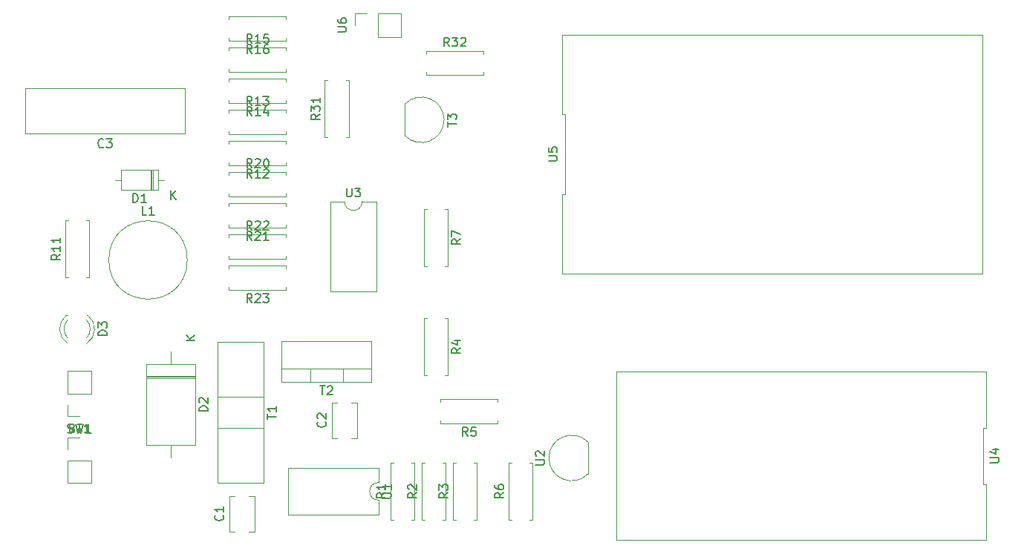
<source format=gto>
G04 #@! TF.GenerationSoftware,KiCad,Pcbnew,(5.1.9)-1*
G04 #@! TF.CreationDate,2021-04-19T00:56:38+02:00*
G04 #@! TF.ProjectId,geiger,67656967-6572-42e6-9b69-6361645f7063,rev?*
G04 #@! TF.SameCoordinates,Original*
G04 #@! TF.FileFunction,Legend,Top*
G04 #@! TF.FilePolarity,Positive*
%FSLAX46Y46*%
G04 Gerber Fmt 4.6, Leading zero omitted, Abs format (unit mm)*
G04 Created by KiCad (PCBNEW (5.1.9)-1) date 2021-04-19 00:56:38*
%MOMM*%
%LPD*%
G01*
G04 APERTURE LIST*
%ADD10C,0.120000*%
%ADD11C,0.150000*%
G04 APERTURE END LIST*
D10*
X59122000Y-137033000D02*
X59122000Y-135703000D01*
X59122000Y-135703000D02*
X60452000Y-135703000D01*
X61722000Y-135703000D02*
X64322000Y-135703000D01*
X64322000Y-138363000D02*
X64322000Y-135703000D01*
X61722000Y-138363000D02*
X64322000Y-138363000D01*
X61722000Y-138363000D02*
X61722000Y-135703000D01*
X82720000Y-156314999D02*
X82720000Y-165414999D01*
X83080000Y-156314999D02*
X82720000Y-156314999D01*
X83080000Y-147215000D02*
X83080000Y-156314999D01*
X82720000Y-147215000D02*
X83080000Y-147215000D01*
X82720000Y-138115000D02*
X82720000Y-147215000D01*
X130640000Y-138115001D02*
X82720000Y-138115000D01*
X130640000Y-165415000D02*
X130640000Y-138115001D01*
X82720000Y-165414999D02*
X130640000Y-165415000D01*
X131082000Y-182965334D02*
X131082000Y-176532001D01*
X130722000Y-182965334D02*
X131082000Y-182965334D01*
X130722000Y-189398666D02*
X130722000Y-182965334D01*
X131082000Y-189398666D02*
X130722000Y-189398666D01*
X131082000Y-195832000D02*
X131082000Y-189398666D01*
X88882000Y-195831999D02*
X131082000Y-195832000D01*
X88882000Y-176532000D02*
X88882000Y-195831999D01*
X131082000Y-176532001D02*
X88882000Y-176532000D01*
X61578000Y-157166000D02*
X59928000Y-157166000D01*
X61578000Y-167446000D02*
X61578000Y-157166000D01*
X56278000Y-167446000D02*
X61578000Y-167446000D01*
X56278000Y-157166000D02*
X56278000Y-167446000D01*
X57928000Y-157166000D02*
X56278000Y-157166000D01*
X59928000Y-157166000D02*
G75*
G02*
X57928000Y-157166000I-1000000J0D01*
G01*
X85670000Y-188236000D02*
X85670000Y-184636000D01*
X85658478Y-184597522D02*
G75*
G03*
X81220000Y-186436000I-1838478J-1838478D01*
G01*
X85658478Y-188274478D02*
G75*
G02*
X81220000Y-186436000I-1838478J1838478D01*
G01*
X61782000Y-192896000D02*
X61782000Y-191246000D01*
X51502000Y-192896000D02*
X61782000Y-192896000D01*
X51502000Y-187596000D02*
X51502000Y-192896000D01*
X61782000Y-187596000D02*
X51502000Y-187596000D01*
X61782000Y-189246000D02*
X61782000Y-187596000D01*
X61782000Y-191246000D02*
G75*
G02*
X61782000Y-189246000I0J1000000D01*
G01*
X64825000Y-146028000D02*
X64825000Y-149628000D01*
X64836522Y-149666478D02*
G75*
G03*
X69275000Y-147828000I1838478J1838478D01*
G01*
X64836522Y-145989522D02*
G75*
G02*
X69275000Y-147828000I1838478J-1838478D01*
G01*
X54029000Y-177768000D02*
X54029000Y-176258000D01*
X57730000Y-177768000D02*
X57730000Y-176258000D01*
X61000000Y-176258000D02*
X50760000Y-176258000D01*
X50760000Y-177768000D02*
X50760000Y-173127000D01*
X61000000Y-177768000D02*
X61000000Y-173127000D01*
X61000000Y-173127000D02*
X50760000Y-173127000D01*
X61000000Y-177768000D02*
X50760000Y-177768000D01*
X48679000Y-183023000D02*
X43408000Y-183023000D01*
X48679000Y-179414000D02*
X43408000Y-179414000D01*
X48679000Y-189288000D02*
X43408000Y-189288000D01*
X48679000Y-173148000D02*
X43408000Y-173148000D01*
X43408000Y-173148000D02*
X43408000Y-189288000D01*
X48679000Y-173148000D02*
X48679000Y-189288000D01*
X27686000Y-181670000D02*
X26356000Y-181670000D01*
X26356000Y-181670000D02*
X26356000Y-180340000D01*
X26356000Y-179070000D02*
X26356000Y-176470000D01*
X29016000Y-176470000D02*
X26356000Y-176470000D01*
X29016000Y-179070000D02*
X29016000Y-176470000D01*
X29016000Y-179070000D02*
X26356000Y-179070000D01*
X73755000Y-142721000D02*
X73755000Y-142391000D01*
X67215000Y-142721000D02*
X73755000Y-142721000D01*
X67215000Y-142391000D02*
X67215000Y-142721000D01*
X73755000Y-139981000D02*
X73755000Y-140311000D01*
X67215000Y-139981000D02*
X73755000Y-139981000D01*
X67215000Y-140311000D02*
X67215000Y-139981000D01*
X58393000Y-143288000D02*
X58063000Y-143288000D01*
X58393000Y-149828000D02*
X58393000Y-143288000D01*
X58063000Y-149828000D02*
X58393000Y-149828000D01*
X55653000Y-143288000D02*
X55983000Y-143288000D01*
X55653000Y-149828000D02*
X55653000Y-143288000D01*
X55983000Y-149828000D02*
X55653000Y-149828000D01*
X44736000Y-164492000D02*
X44736000Y-164822000D01*
X51276000Y-164492000D02*
X44736000Y-164492000D01*
X51276000Y-164822000D02*
X51276000Y-164492000D01*
X44736000Y-167232000D02*
X44736000Y-166902000D01*
X51276000Y-167232000D02*
X44736000Y-167232000D01*
X51276000Y-166902000D02*
X51276000Y-167232000D01*
X51276000Y-163676000D02*
X51276000Y-163346000D01*
X44736000Y-163676000D02*
X51276000Y-163676000D01*
X44736000Y-163346000D02*
X44736000Y-163676000D01*
X51276000Y-160936000D02*
X51276000Y-161266000D01*
X44736000Y-160936000D02*
X51276000Y-160936000D01*
X44736000Y-161266000D02*
X44736000Y-160936000D01*
X44736000Y-157380000D02*
X44736000Y-157710000D01*
X51276000Y-157380000D02*
X44736000Y-157380000D01*
X51276000Y-157710000D02*
X51276000Y-157380000D01*
X44736000Y-160120000D02*
X44736000Y-159790000D01*
X51276000Y-160120000D02*
X44736000Y-160120000D01*
X51276000Y-159790000D02*
X51276000Y-160120000D01*
X51276000Y-156564000D02*
X51276000Y-156234000D01*
X44736000Y-156564000D02*
X51276000Y-156564000D01*
X44736000Y-156234000D02*
X44736000Y-156564000D01*
X51276000Y-153824000D02*
X51276000Y-154154000D01*
X44736000Y-153824000D02*
X51276000Y-153824000D01*
X44736000Y-154154000D02*
X44736000Y-153824000D01*
X44736000Y-136044000D02*
X44736000Y-136374000D01*
X51276000Y-136044000D02*
X44736000Y-136044000D01*
X51276000Y-136374000D02*
X51276000Y-136044000D01*
X44736000Y-138784000D02*
X44736000Y-138454000D01*
X51276000Y-138784000D02*
X44736000Y-138784000D01*
X51276000Y-138454000D02*
X51276000Y-138784000D01*
X51276000Y-142340000D02*
X51276000Y-142010000D01*
X44736000Y-142340000D02*
X51276000Y-142340000D01*
X44736000Y-142010000D02*
X44736000Y-142340000D01*
X51276000Y-139600000D02*
X51276000Y-139930000D01*
X44736000Y-139600000D02*
X51276000Y-139600000D01*
X44736000Y-139930000D02*
X44736000Y-139600000D01*
X44736000Y-143156000D02*
X44736000Y-143486000D01*
X51276000Y-143156000D02*
X44736000Y-143156000D01*
X51276000Y-143486000D02*
X51276000Y-143156000D01*
X44736000Y-145896000D02*
X44736000Y-145566000D01*
X51276000Y-145896000D02*
X44736000Y-145896000D01*
X51276000Y-145566000D02*
X51276000Y-145896000D01*
X51276000Y-149452000D02*
X51276000Y-149122000D01*
X44736000Y-149452000D02*
X51276000Y-149452000D01*
X44736000Y-149122000D02*
X44736000Y-149452000D01*
X51276000Y-146712000D02*
X51276000Y-147042000D01*
X44736000Y-146712000D02*
X51276000Y-146712000D01*
X44736000Y-147042000D02*
X44736000Y-146712000D01*
X44736000Y-150268000D02*
X44736000Y-150598000D01*
X51276000Y-150268000D02*
X44736000Y-150268000D01*
X51276000Y-150598000D02*
X51276000Y-150268000D01*
X44736000Y-153008000D02*
X44736000Y-152678000D01*
X51276000Y-153008000D02*
X44736000Y-153008000D01*
X51276000Y-152678000D02*
X51276000Y-153008000D01*
X28802000Y-159290000D02*
X28472000Y-159290000D01*
X28802000Y-165830000D02*
X28802000Y-159290000D01*
X28472000Y-165830000D02*
X28802000Y-165830000D01*
X26062000Y-159290000D02*
X26392000Y-159290000D01*
X26062000Y-165830000D02*
X26062000Y-159290000D01*
X26392000Y-165830000D02*
X26062000Y-165830000D01*
X66956000Y-164560000D02*
X67286000Y-164560000D01*
X66956000Y-158020000D02*
X66956000Y-164560000D01*
X67286000Y-158020000D02*
X66956000Y-158020000D01*
X69696000Y-164560000D02*
X69366000Y-164560000D01*
X69696000Y-158020000D02*
X69696000Y-164560000D01*
X69366000Y-158020000D02*
X69696000Y-158020000D01*
X79348000Y-186976000D02*
X79018000Y-186976000D01*
X79348000Y-193516000D02*
X79348000Y-186976000D01*
X79018000Y-193516000D02*
X79348000Y-193516000D01*
X76608000Y-186976000D02*
X76938000Y-186976000D01*
X76608000Y-193516000D02*
X76608000Y-186976000D01*
X76938000Y-193516000D02*
X76608000Y-193516000D01*
X68866000Y-179732000D02*
X68866000Y-180062000D01*
X75406000Y-179732000D02*
X68866000Y-179732000D01*
X75406000Y-180062000D02*
X75406000Y-179732000D01*
X68866000Y-182472000D02*
X68866000Y-182142000D01*
X75406000Y-182472000D02*
X68866000Y-182472000D01*
X75406000Y-182142000D02*
X75406000Y-182472000D01*
X66956000Y-177006000D02*
X67286000Y-177006000D01*
X66956000Y-170466000D02*
X66956000Y-177006000D01*
X67286000Y-170466000D02*
X66956000Y-170466000D01*
X69696000Y-177006000D02*
X69366000Y-177006000D01*
X69696000Y-170466000D02*
X69696000Y-177006000D01*
X69366000Y-170466000D02*
X69696000Y-170466000D01*
X72998000Y-186976000D02*
X72668000Y-186976000D01*
X72998000Y-193516000D02*
X72998000Y-186976000D01*
X72668000Y-193516000D02*
X72998000Y-193516000D01*
X70258000Y-186976000D02*
X70588000Y-186976000D01*
X70258000Y-193516000D02*
X70258000Y-186976000D01*
X70588000Y-193516000D02*
X70258000Y-193516000D01*
X69442000Y-186976000D02*
X69112000Y-186976000D01*
X69442000Y-193516000D02*
X69442000Y-186976000D01*
X69112000Y-193516000D02*
X69442000Y-193516000D01*
X66702000Y-186976000D02*
X67032000Y-186976000D01*
X66702000Y-193516000D02*
X66702000Y-186976000D01*
X67032000Y-193516000D02*
X66702000Y-193516000D01*
X65886000Y-186976000D02*
X65556000Y-186976000D01*
X65886000Y-193516000D02*
X65886000Y-186976000D01*
X65556000Y-193516000D02*
X65886000Y-193516000D01*
X63146000Y-186976000D02*
X63476000Y-186976000D01*
X63146000Y-193516000D02*
X63146000Y-186976000D01*
X63476000Y-193516000D02*
X63146000Y-193516000D01*
X39990000Y-163830000D02*
G75*
G03*
X39990000Y-163830000I-4470000J0D01*
G01*
X26352000Y-170144000D02*
X26196000Y-170144000D01*
X28668000Y-170144000D02*
X28512000Y-170144000D01*
X26352163Y-172745130D02*
G75*
G02*
X26352000Y-170663039I1079837J1041130D01*
G01*
X28511837Y-172745130D02*
G75*
G03*
X28512000Y-170663039I-1079837J1041130D01*
G01*
X26353392Y-173376335D02*
G75*
G02*
X26196484Y-170144000I1078608J1672335D01*
G01*
X28510608Y-173376335D02*
G75*
G03*
X28667516Y-170144000I-1078608J1672335D01*
G01*
X40870000Y-177070000D02*
X35330000Y-177070000D01*
X40870000Y-177310000D02*
X35330000Y-177310000D01*
X40870000Y-177190000D02*
X35330000Y-177190000D01*
X38100000Y-186420000D02*
X38100000Y-184960000D01*
X38100000Y-174260000D02*
X38100000Y-175720000D01*
X40870000Y-184960000D02*
X40870000Y-175720000D01*
X35330000Y-184960000D02*
X40870000Y-184960000D01*
X35330000Y-175720000D02*
X35330000Y-184960000D01*
X40870000Y-175720000D02*
X35330000Y-175720000D01*
X36064000Y-155806000D02*
X36064000Y-153566000D01*
X35824000Y-155806000D02*
X35824000Y-153566000D01*
X35944000Y-155806000D02*
X35944000Y-153566000D01*
X31774000Y-154686000D02*
X32424000Y-154686000D01*
X37314000Y-154686000D02*
X36664000Y-154686000D01*
X32424000Y-155806000D02*
X36664000Y-155806000D01*
X32424000Y-153566000D02*
X32424000Y-155806000D01*
X36664000Y-153566000D02*
X32424000Y-153566000D01*
X36664000Y-155806000D02*
X36664000Y-153566000D01*
X21480000Y-149432000D02*
X21480000Y-144192000D01*
X39720000Y-149432000D02*
X39720000Y-144192000D01*
X39720000Y-144192000D02*
X21480000Y-144192000D01*
X39720000Y-149432000D02*
X21480000Y-149432000D01*
X58707000Y-180118000D02*
X59332000Y-180118000D01*
X56492000Y-180118000D02*
X57117000Y-180118000D01*
X58707000Y-184158000D02*
X59332000Y-184158000D01*
X56492000Y-184158000D02*
X57117000Y-184158000D01*
X59332000Y-184158000D02*
X59332000Y-180118000D01*
X56492000Y-184158000D02*
X56492000Y-180118000D01*
X47023000Y-190786000D02*
X47648000Y-190786000D01*
X44808000Y-190786000D02*
X45433000Y-190786000D01*
X47023000Y-194826000D02*
X47648000Y-194826000D01*
X44808000Y-194826000D02*
X45433000Y-194826000D01*
X47648000Y-194826000D02*
X47648000Y-190786000D01*
X44808000Y-194826000D02*
X44808000Y-190786000D01*
X26356000Y-184090000D02*
X27686000Y-184090000D01*
X26356000Y-185420000D02*
X26356000Y-184090000D01*
X26356000Y-186690000D02*
X29016000Y-186690000D01*
X29016000Y-186690000D02*
X29016000Y-189290000D01*
X26356000Y-186690000D02*
X26356000Y-189290000D01*
X26356000Y-189290000D02*
X29016000Y-189290000D01*
D11*
X57134380Y-137794904D02*
X57943904Y-137794904D01*
X58039142Y-137747285D01*
X58086761Y-137699666D01*
X58134380Y-137604428D01*
X58134380Y-137413952D01*
X58086761Y-137318714D01*
X58039142Y-137271095D01*
X57943904Y-137223476D01*
X57134380Y-137223476D01*
X57134380Y-136318714D02*
X57134380Y-136509190D01*
X57182000Y-136604428D01*
X57229619Y-136652047D01*
X57372476Y-136747285D01*
X57562952Y-136794904D01*
X57943904Y-136794904D01*
X58039142Y-136747285D01*
X58086761Y-136699666D01*
X58134380Y-136604428D01*
X58134380Y-136413952D01*
X58086761Y-136318714D01*
X58039142Y-136271095D01*
X57943904Y-136223476D01*
X57705809Y-136223476D01*
X57610571Y-136271095D01*
X57562952Y-136318714D01*
X57515333Y-136413952D01*
X57515333Y-136604428D01*
X57562952Y-136699666D01*
X57610571Y-136747285D01*
X57705809Y-136794904D01*
X81172380Y-152526904D02*
X81981904Y-152526904D01*
X82077142Y-152479285D01*
X82124761Y-152431666D01*
X82172380Y-152336428D01*
X82172380Y-152145952D01*
X82124761Y-152050714D01*
X82077142Y-152003095D01*
X81981904Y-151955476D01*
X81172380Y-151955476D01*
X81172380Y-151003095D02*
X81172380Y-151479285D01*
X81648571Y-151526904D01*
X81600952Y-151479285D01*
X81553333Y-151384047D01*
X81553333Y-151145952D01*
X81600952Y-151050714D01*
X81648571Y-151003095D01*
X81743809Y-150955476D01*
X81981904Y-150955476D01*
X82077142Y-151003095D01*
X82124761Y-151050714D01*
X82172380Y-151145952D01*
X82172380Y-151384047D01*
X82124761Y-151479285D01*
X82077142Y-151526904D01*
X131534380Y-186943904D02*
X132343904Y-186943904D01*
X132439142Y-186896285D01*
X132486761Y-186848666D01*
X132534380Y-186753428D01*
X132534380Y-186562952D01*
X132486761Y-186467714D01*
X132439142Y-186420095D01*
X132343904Y-186372476D01*
X131534380Y-186372476D01*
X131867714Y-185467714D02*
X132534380Y-185467714D01*
X131486761Y-185705809D02*
X132201047Y-185943904D01*
X132201047Y-185324857D01*
X58166095Y-155618380D02*
X58166095Y-156427904D01*
X58213714Y-156523142D01*
X58261333Y-156570761D01*
X58356571Y-156618380D01*
X58547047Y-156618380D01*
X58642285Y-156570761D01*
X58689904Y-156523142D01*
X58737523Y-156427904D01*
X58737523Y-155618380D01*
X59118476Y-155618380D02*
X59737523Y-155618380D01*
X59404190Y-155999333D01*
X59547047Y-155999333D01*
X59642285Y-156046952D01*
X59689904Y-156094571D01*
X59737523Y-156189809D01*
X59737523Y-156427904D01*
X59689904Y-156523142D01*
X59642285Y-156570761D01*
X59547047Y-156618380D01*
X59261333Y-156618380D01*
X59166095Y-156570761D01*
X59118476Y-156523142D01*
X79712380Y-187197904D02*
X80521904Y-187197904D01*
X80617142Y-187150285D01*
X80664761Y-187102666D01*
X80712380Y-187007428D01*
X80712380Y-186816952D01*
X80664761Y-186721714D01*
X80617142Y-186674095D01*
X80521904Y-186626476D01*
X79712380Y-186626476D01*
X79807619Y-186197904D02*
X79760000Y-186150285D01*
X79712380Y-186055047D01*
X79712380Y-185816952D01*
X79760000Y-185721714D01*
X79807619Y-185674095D01*
X79902857Y-185626476D01*
X79998095Y-185626476D01*
X80140952Y-185674095D01*
X80712380Y-186245523D01*
X80712380Y-185626476D01*
X62234380Y-191007904D02*
X63043904Y-191007904D01*
X63139142Y-190960285D01*
X63186761Y-190912666D01*
X63234380Y-190817428D01*
X63234380Y-190626952D01*
X63186761Y-190531714D01*
X63139142Y-190484095D01*
X63043904Y-190436476D01*
X62234380Y-190436476D01*
X63234380Y-189436476D02*
X63234380Y-190007904D01*
X63234380Y-189722190D02*
X62234380Y-189722190D01*
X62377238Y-189817428D01*
X62472476Y-189912666D01*
X62520095Y-190007904D01*
X69687380Y-148589904D02*
X69687380Y-148018476D01*
X70687380Y-148304190D02*
X69687380Y-148304190D01*
X69687380Y-147780380D02*
X69687380Y-147161333D01*
X70068333Y-147494666D01*
X70068333Y-147351809D01*
X70115952Y-147256571D01*
X70163571Y-147208952D01*
X70258809Y-147161333D01*
X70496904Y-147161333D01*
X70592142Y-147208952D01*
X70639761Y-147256571D01*
X70687380Y-147351809D01*
X70687380Y-147637523D01*
X70639761Y-147732761D01*
X70592142Y-147780380D01*
X55118095Y-178220380D02*
X55689523Y-178220380D01*
X55403809Y-179220380D02*
X55403809Y-178220380D01*
X55975238Y-178315619D02*
X56022857Y-178268000D01*
X56118095Y-178220380D01*
X56356190Y-178220380D01*
X56451428Y-178268000D01*
X56499047Y-178315619D01*
X56546666Y-178410857D01*
X56546666Y-178506095D01*
X56499047Y-178648952D01*
X55927619Y-179220380D01*
X56546666Y-179220380D01*
X49130380Y-181979904D02*
X49130380Y-181408476D01*
X50130380Y-181694190D02*
X49130380Y-181694190D01*
X50130380Y-180551333D02*
X50130380Y-181122761D01*
X50130380Y-180837047D02*
X49130380Y-180837047D01*
X49273238Y-180932285D01*
X49368476Y-181027523D01*
X49416095Y-181122761D01*
X26352666Y-183514761D02*
X26495523Y-183562380D01*
X26733619Y-183562380D01*
X26828857Y-183514761D01*
X26876476Y-183467142D01*
X26924095Y-183371904D01*
X26924095Y-183276666D01*
X26876476Y-183181428D01*
X26828857Y-183133809D01*
X26733619Y-183086190D01*
X26543142Y-183038571D01*
X26447904Y-182990952D01*
X26400285Y-182943333D01*
X26352666Y-182848095D01*
X26352666Y-182752857D01*
X26400285Y-182657619D01*
X26447904Y-182610000D01*
X26543142Y-182562380D01*
X26781238Y-182562380D01*
X26924095Y-182610000D01*
X27257428Y-182562380D02*
X27495523Y-183562380D01*
X27686000Y-182848095D01*
X27876476Y-183562380D01*
X28114571Y-182562380D01*
X29019333Y-183562380D02*
X28447904Y-183562380D01*
X28733619Y-183562380D02*
X28733619Y-182562380D01*
X28638380Y-182705238D01*
X28543142Y-182800476D01*
X28447904Y-182848095D01*
X69842142Y-139433380D02*
X69508809Y-138957190D01*
X69270714Y-139433380D02*
X69270714Y-138433380D01*
X69651666Y-138433380D01*
X69746904Y-138481000D01*
X69794523Y-138528619D01*
X69842142Y-138623857D01*
X69842142Y-138766714D01*
X69794523Y-138861952D01*
X69746904Y-138909571D01*
X69651666Y-138957190D01*
X69270714Y-138957190D01*
X70175476Y-138433380D02*
X70794523Y-138433380D01*
X70461190Y-138814333D01*
X70604047Y-138814333D01*
X70699285Y-138861952D01*
X70746904Y-138909571D01*
X70794523Y-139004809D01*
X70794523Y-139242904D01*
X70746904Y-139338142D01*
X70699285Y-139385761D01*
X70604047Y-139433380D01*
X70318333Y-139433380D01*
X70223095Y-139385761D01*
X70175476Y-139338142D01*
X71175476Y-138528619D02*
X71223095Y-138481000D01*
X71318333Y-138433380D01*
X71556428Y-138433380D01*
X71651666Y-138481000D01*
X71699285Y-138528619D01*
X71746904Y-138623857D01*
X71746904Y-138719095D01*
X71699285Y-138861952D01*
X71127857Y-139433380D01*
X71746904Y-139433380D01*
X55105380Y-147200857D02*
X54629190Y-147534190D01*
X55105380Y-147772285D02*
X54105380Y-147772285D01*
X54105380Y-147391333D01*
X54153000Y-147296095D01*
X54200619Y-147248476D01*
X54295857Y-147200857D01*
X54438714Y-147200857D01*
X54533952Y-147248476D01*
X54581571Y-147296095D01*
X54629190Y-147391333D01*
X54629190Y-147772285D01*
X54105380Y-146867523D02*
X54105380Y-146248476D01*
X54486333Y-146581809D01*
X54486333Y-146438952D01*
X54533952Y-146343714D01*
X54581571Y-146296095D01*
X54676809Y-146248476D01*
X54914904Y-146248476D01*
X55010142Y-146296095D01*
X55057761Y-146343714D01*
X55105380Y-146438952D01*
X55105380Y-146724666D01*
X55057761Y-146819904D01*
X55010142Y-146867523D01*
X55105380Y-145296095D02*
X55105380Y-145867523D01*
X55105380Y-145581809D02*
X54105380Y-145581809D01*
X54248238Y-145677047D01*
X54343476Y-145772285D01*
X54391095Y-145867523D01*
X47363142Y-168684380D02*
X47029809Y-168208190D01*
X46791714Y-168684380D02*
X46791714Y-167684380D01*
X47172666Y-167684380D01*
X47267904Y-167732000D01*
X47315523Y-167779619D01*
X47363142Y-167874857D01*
X47363142Y-168017714D01*
X47315523Y-168112952D01*
X47267904Y-168160571D01*
X47172666Y-168208190D01*
X46791714Y-168208190D01*
X47744095Y-167779619D02*
X47791714Y-167732000D01*
X47886952Y-167684380D01*
X48125047Y-167684380D01*
X48220285Y-167732000D01*
X48267904Y-167779619D01*
X48315523Y-167874857D01*
X48315523Y-167970095D01*
X48267904Y-168112952D01*
X47696476Y-168684380D01*
X48315523Y-168684380D01*
X48648857Y-167684380D02*
X49267904Y-167684380D01*
X48934571Y-168065333D01*
X49077428Y-168065333D01*
X49172666Y-168112952D01*
X49220285Y-168160571D01*
X49267904Y-168255809D01*
X49267904Y-168493904D01*
X49220285Y-168589142D01*
X49172666Y-168636761D01*
X49077428Y-168684380D01*
X48791714Y-168684380D01*
X48696476Y-168636761D01*
X48648857Y-168589142D01*
X47363142Y-160388380D02*
X47029809Y-159912190D01*
X46791714Y-160388380D02*
X46791714Y-159388380D01*
X47172666Y-159388380D01*
X47267904Y-159436000D01*
X47315523Y-159483619D01*
X47363142Y-159578857D01*
X47363142Y-159721714D01*
X47315523Y-159816952D01*
X47267904Y-159864571D01*
X47172666Y-159912190D01*
X46791714Y-159912190D01*
X47744095Y-159483619D02*
X47791714Y-159436000D01*
X47886952Y-159388380D01*
X48125047Y-159388380D01*
X48220285Y-159436000D01*
X48267904Y-159483619D01*
X48315523Y-159578857D01*
X48315523Y-159674095D01*
X48267904Y-159816952D01*
X47696476Y-160388380D01*
X48315523Y-160388380D01*
X48696476Y-159483619D02*
X48744095Y-159436000D01*
X48839333Y-159388380D01*
X49077428Y-159388380D01*
X49172666Y-159436000D01*
X49220285Y-159483619D01*
X49267904Y-159578857D01*
X49267904Y-159674095D01*
X49220285Y-159816952D01*
X48648857Y-160388380D01*
X49267904Y-160388380D01*
X47363142Y-161572380D02*
X47029809Y-161096190D01*
X46791714Y-161572380D02*
X46791714Y-160572380D01*
X47172666Y-160572380D01*
X47267904Y-160620000D01*
X47315523Y-160667619D01*
X47363142Y-160762857D01*
X47363142Y-160905714D01*
X47315523Y-161000952D01*
X47267904Y-161048571D01*
X47172666Y-161096190D01*
X46791714Y-161096190D01*
X47744095Y-160667619D02*
X47791714Y-160620000D01*
X47886952Y-160572380D01*
X48125047Y-160572380D01*
X48220285Y-160620000D01*
X48267904Y-160667619D01*
X48315523Y-160762857D01*
X48315523Y-160858095D01*
X48267904Y-161000952D01*
X47696476Y-161572380D01*
X48315523Y-161572380D01*
X49267904Y-161572380D02*
X48696476Y-161572380D01*
X48982190Y-161572380D02*
X48982190Y-160572380D01*
X48886952Y-160715238D01*
X48791714Y-160810476D01*
X48696476Y-160858095D01*
X47363142Y-153276380D02*
X47029809Y-152800190D01*
X46791714Y-153276380D02*
X46791714Y-152276380D01*
X47172666Y-152276380D01*
X47267904Y-152324000D01*
X47315523Y-152371619D01*
X47363142Y-152466857D01*
X47363142Y-152609714D01*
X47315523Y-152704952D01*
X47267904Y-152752571D01*
X47172666Y-152800190D01*
X46791714Y-152800190D01*
X47744095Y-152371619D02*
X47791714Y-152324000D01*
X47886952Y-152276380D01*
X48125047Y-152276380D01*
X48220285Y-152324000D01*
X48267904Y-152371619D01*
X48315523Y-152466857D01*
X48315523Y-152562095D01*
X48267904Y-152704952D01*
X47696476Y-153276380D01*
X48315523Y-153276380D01*
X48934571Y-152276380D02*
X49029809Y-152276380D01*
X49125047Y-152324000D01*
X49172666Y-152371619D01*
X49220285Y-152466857D01*
X49267904Y-152657333D01*
X49267904Y-152895428D01*
X49220285Y-153085904D01*
X49172666Y-153181142D01*
X49125047Y-153228761D01*
X49029809Y-153276380D01*
X48934571Y-153276380D01*
X48839333Y-153228761D01*
X48791714Y-153181142D01*
X48744095Y-153085904D01*
X48696476Y-152895428D01*
X48696476Y-152657333D01*
X48744095Y-152466857D01*
X48791714Y-152371619D01*
X48839333Y-152324000D01*
X48934571Y-152276380D01*
X47363142Y-140236380D02*
X47029809Y-139760190D01*
X46791714Y-140236380D02*
X46791714Y-139236380D01*
X47172666Y-139236380D01*
X47267904Y-139284000D01*
X47315523Y-139331619D01*
X47363142Y-139426857D01*
X47363142Y-139569714D01*
X47315523Y-139664952D01*
X47267904Y-139712571D01*
X47172666Y-139760190D01*
X46791714Y-139760190D01*
X48315523Y-140236380D02*
X47744095Y-140236380D01*
X48029809Y-140236380D02*
X48029809Y-139236380D01*
X47934571Y-139379238D01*
X47839333Y-139474476D01*
X47744095Y-139522095D01*
X49172666Y-139236380D02*
X48982190Y-139236380D01*
X48886952Y-139284000D01*
X48839333Y-139331619D01*
X48744095Y-139474476D01*
X48696476Y-139664952D01*
X48696476Y-140045904D01*
X48744095Y-140141142D01*
X48791714Y-140188761D01*
X48886952Y-140236380D01*
X49077428Y-140236380D01*
X49172666Y-140188761D01*
X49220285Y-140141142D01*
X49267904Y-140045904D01*
X49267904Y-139807809D01*
X49220285Y-139712571D01*
X49172666Y-139664952D01*
X49077428Y-139617333D01*
X48886952Y-139617333D01*
X48791714Y-139664952D01*
X48744095Y-139712571D01*
X48696476Y-139807809D01*
X47363142Y-139052380D02*
X47029809Y-138576190D01*
X46791714Y-139052380D02*
X46791714Y-138052380D01*
X47172666Y-138052380D01*
X47267904Y-138100000D01*
X47315523Y-138147619D01*
X47363142Y-138242857D01*
X47363142Y-138385714D01*
X47315523Y-138480952D01*
X47267904Y-138528571D01*
X47172666Y-138576190D01*
X46791714Y-138576190D01*
X48315523Y-139052380D02*
X47744095Y-139052380D01*
X48029809Y-139052380D02*
X48029809Y-138052380D01*
X47934571Y-138195238D01*
X47839333Y-138290476D01*
X47744095Y-138338095D01*
X49220285Y-138052380D02*
X48744095Y-138052380D01*
X48696476Y-138528571D01*
X48744095Y-138480952D01*
X48839333Y-138433333D01*
X49077428Y-138433333D01*
X49172666Y-138480952D01*
X49220285Y-138528571D01*
X49267904Y-138623809D01*
X49267904Y-138861904D01*
X49220285Y-138957142D01*
X49172666Y-139004761D01*
X49077428Y-139052380D01*
X48839333Y-139052380D01*
X48744095Y-139004761D01*
X48696476Y-138957142D01*
X47363142Y-147348380D02*
X47029809Y-146872190D01*
X46791714Y-147348380D02*
X46791714Y-146348380D01*
X47172666Y-146348380D01*
X47267904Y-146396000D01*
X47315523Y-146443619D01*
X47363142Y-146538857D01*
X47363142Y-146681714D01*
X47315523Y-146776952D01*
X47267904Y-146824571D01*
X47172666Y-146872190D01*
X46791714Y-146872190D01*
X48315523Y-147348380D02*
X47744095Y-147348380D01*
X48029809Y-147348380D02*
X48029809Y-146348380D01*
X47934571Y-146491238D01*
X47839333Y-146586476D01*
X47744095Y-146634095D01*
X49172666Y-146681714D02*
X49172666Y-147348380D01*
X48934571Y-146300761D02*
X48696476Y-147015047D01*
X49315523Y-147015047D01*
X47363142Y-146164380D02*
X47029809Y-145688190D01*
X46791714Y-146164380D02*
X46791714Y-145164380D01*
X47172666Y-145164380D01*
X47267904Y-145212000D01*
X47315523Y-145259619D01*
X47363142Y-145354857D01*
X47363142Y-145497714D01*
X47315523Y-145592952D01*
X47267904Y-145640571D01*
X47172666Y-145688190D01*
X46791714Y-145688190D01*
X48315523Y-146164380D02*
X47744095Y-146164380D01*
X48029809Y-146164380D02*
X48029809Y-145164380D01*
X47934571Y-145307238D01*
X47839333Y-145402476D01*
X47744095Y-145450095D01*
X48648857Y-145164380D02*
X49267904Y-145164380D01*
X48934571Y-145545333D01*
X49077428Y-145545333D01*
X49172666Y-145592952D01*
X49220285Y-145640571D01*
X49267904Y-145735809D01*
X49267904Y-145973904D01*
X49220285Y-146069142D01*
X49172666Y-146116761D01*
X49077428Y-146164380D01*
X48791714Y-146164380D01*
X48696476Y-146116761D01*
X48648857Y-146069142D01*
X47363142Y-154460380D02*
X47029809Y-153984190D01*
X46791714Y-154460380D02*
X46791714Y-153460380D01*
X47172666Y-153460380D01*
X47267904Y-153508000D01*
X47315523Y-153555619D01*
X47363142Y-153650857D01*
X47363142Y-153793714D01*
X47315523Y-153888952D01*
X47267904Y-153936571D01*
X47172666Y-153984190D01*
X46791714Y-153984190D01*
X48315523Y-154460380D02*
X47744095Y-154460380D01*
X48029809Y-154460380D02*
X48029809Y-153460380D01*
X47934571Y-153603238D01*
X47839333Y-153698476D01*
X47744095Y-153746095D01*
X48696476Y-153555619D02*
X48744095Y-153508000D01*
X48839333Y-153460380D01*
X49077428Y-153460380D01*
X49172666Y-153508000D01*
X49220285Y-153555619D01*
X49267904Y-153650857D01*
X49267904Y-153746095D01*
X49220285Y-153888952D01*
X48648857Y-154460380D01*
X49267904Y-154460380D01*
X25514380Y-163202857D02*
X25038190Y-163536190D01*
X25514380Y-163774285D02*
X24514380Y-163774285D01*
X24514380Y-163393333D01*
X24562000Y-163298095D01*
X24609619Y-163250476D01*
X24704857Y-163202857D01*
X24847714Y-163202857D01*
X24942952Y-163250476D01*
X24990571Y-163298095D01*
X25038190Y-163393333D01*
X25038190Y-163774285D01*
X25514380Y-162250476D02*
X25514380Y-162821904D01*
X25514380Y-162536190D02*
X24514380Y-162536190D01*
X24657238Y-162631428D01*
X24752476Y-162726666D01*
X24800095Y-162821904D01*
X25514380Y-161298095D02*
X25514380Y-161869523D01*
X25514380Y-161583809D02*
X24514380Y-161583809D01*
X24657238Y-161679047D01*
X24752476Y-161774285D01*
X24800095Y-161869523D01*
X71148380Y-161456666D02*
X70672190Y-161790000D01*
X71148380Y-162028095D02*
X70148380Y-162028095D01*
X70148380Y-161647142D01*
X70196000Y-161551904D01*
X70243619Y-161504285D01*
X70338857Y-161456666D01*
X70481714Y-161456666D01*
X70576952Y-161504285D01*
X70624571Y-161551904D01*
X70672190Y-161647142D01*
X70672190Y-162028095D01*
X70148380Y-161123333D02*
X70148380Y-160456666D01*
X71148380Y-160885238D01*
X76060380Y-190412666D02*
X75584190Y-190746000D01*
X76060380Y-190984095D02*
X75060380Y-190984095D01*
X75060380Y-190603142D01*
X75108000Y-190507904D01*
X75155619Y-190460285D01*
X75250857Y-190412666D01*
X75393714Y-190412666D01*
X75488952Y-190460285D01*
X75536571Y-190507904D01*
X75584190Y-190603142D01*
X75584190Y-190984095D01*
X75060380Y-189555523D02*
X75060380Y-189746000D01*
X75108000Y-189841238D01*
X75155619Y-189888857D01*
X75298476Y-189984095D01*
X75488952Y-190031714D01*
X75869904Y-190031714D01*
X75965142Y-189984095D01*
X76012761Y-189936476D01*
X76060380Y-189841238D01*
X76060380Y-189650761D01*
X76012761Y-189555523D01*
X75965142Y-189507904D01*
X75869904Y-189460285D01*
X75631809Y-189460285D01*
X75536571Y-189507904D01*
X75488952Y-189555523D01*
X75441333Y-189650761D01*
X75441333Y-189841238D01*
X75488952Y-189936476D01*
X75536571Y-189984095D01*
X75631809Y-190031714D01*
X71969333Y-183924380D02*
X71636000Y-183448190D01*
X71397904Y-183924380D02*
X71397904Y-182924380D01*
X71778857Y-182924380D01*
X71874095Y-182972000D01*
X71921714Y-183019619D01*
X71969333Y-183114857D01*
X71969333Y-183257714D01*
X71921714Y-183352952D01*
X71874095Y-183400571D01*
X71778857Y-183448190D01*
X71397904Y-183448190D01*
X72874095Y-182924380D02*
X72397904Y-182924380D01*
X72350285Y-183400571D01*
X72397904Y-183352952D01*
X72493142Y-183305333D01*
X72731238Y-183305333D01*
X72826476Y-183352952D01*
X72874095Y-183400571D01*
X72921714Y-183495809D01*
X72921714Y-183733904D01*
X72874095Y-183829142D01*
X72826476Y-183876761D01*
X72731238Y-183924380D01*
X72493142Y-183924380D01*
X72397904Y-183876761D01*
X72350285Y-183829142D01*
X71148380Y-173902666D02*
X70672190Y-174236000D01*
X71148380Y-174474095D02*
X70148380Y-174474095D01*
X70148380Y-174093142D01*
X70196000Y-173997904D01*
X70243619Y-173950285D01*
X70338857Y-173902666D01*
X70481714Y-173902666D01*
X70576952Y-173950285D01*
X70624571Y-173997904D01*
X70672190Y-174093142D01*
X70672190Y-174474095D01*
X70481714Y-173045523D02*
X71148380Y-173045523D01*
X70100761Y-173283619D02*
X70815047Y-173521714D01*
X70815047Y-172902666D01*
X69710380Y-190412666D02*
X69234190Y-190746000D01*
X69710380Y-190984095D02*
X68710380Y-190984095D01*
X68710380Y-190603142D01*
X68758000Y-190507904D01*
X68805619Y-190460285D01*
X68900857Y-190412666D01*
X69043714Y-190412666D01*
X69138952Y-190460285D01*
X69186571Y-190507904D01*
X69234190Y-190603142D01*
X69234190Y-190984095D01*
X68710380Y-190079333D02*
X68710380Y-189460285D01*
X69091333Y-189793619D01*
X69091333Y-189650761D01*
X69138952Y-189555523D01*
X69186571Y-189507904D01*
X69281809Y-189460285D01*
X69519904Y-189460285D01*
X69615142Y-189507904D01*
X69662761Y-189555523D01*
X69710380Y-189650761D01*
X69710380Y-189936476D01*
X69662761Y-190031714D01*
X69615142Y-190079333D01*
X66154380Y-190412666D02*
X65678190Y-190746000D01*
X66154380Y-190984095D02*
X65154380Y-190984095D01*
X65154380Y-190603142D01*
X65202000Y-190507904D01*
X65249619Y-190460285D01*
X65344857Y-190412666D01*
X65487714Y-190412666D01*
X65582952Y-190460285D01*
X65630571Y-190507904D01*
X65678190Y-190603142D01*
X65678190Y-190984095D01*
X65249619Y-190031714D02*
X65202000Y-189984095D01*
X65154380Y-189888857D01*
X65154380Y-189650761D01*
X65202000Y-189555523D01*
X65249619Y-189507904D01*
X65344857Y-189460285D01*
X65440095Y-189460285D01*
X65582952Y-189507904D01*
X66154380Y-190079333D01*
X66154380Y-189460285D01*
X62598380Y-190412666D02*
X62122190Y-190746000D01*
X62598380Y-190984095D02*
X61598380Y-190984095D01*
X61598380Y-190603142D01*
X61646000Y-190507904D01*
X61693619Y-190460285D01*
X61788857Y-190412666D01*
X61931714Y-190412666D01*
X62026952Y-190460285D01*
X62074571Y-190507904D01*
X62122190Y-190603142D01*
X62122190Y-190984095D01*
X62598380Y-189460285D02*
X62598380Y-190031714D01*
X62598380Y-189746000D02*
X61598380Y-189746000D01*
X61741238Y-189841238D01*
X61836476Y-189936476D01*
X61884095Y-190031714D01*
X35353333Y-158682380D02*
X34877142Y-158682380D01*
X34877142Y-157682380D01*
X36210476Y-158682380D02*
X35639047Y-158682380D01*
X35924761Y-158682380D02*
X35924761Y-157682380D01*
X35829523Y-157825238D01*
X35734285Y-157920476D01*
X35639047Y-157968095D01*
X30844380Y-172442095D02*
X29844380Y-172442095D01*
X29844380Y-172204000D01*
X29892000Y-172061142D01*
X29987238Y-171965904D01*
X30082476Y-171918285D01*
X30272952Y-171870666D01*
X30415809Y-171870666D01*
X30606285Y-171918285D01*
X30701523Y-171965904D01*
X30796761Y-172061142D01*
X30844380Y-172204000D01*
X30844380Y-172442095D01*
X29844380Y-171537333D02*
X29844380Y-170918285D01*
X30225333Y-171251619D01*
X30225333Y-171108761D01*
X30272952Y-171013523D01*
X30320571Y-170965904D01*
X30415809Y-170918285D01*
X30653904Y-170918285D01*
X30749142Y-170965904D01*
X30796761Y-171013523D01*
X30844380Y-171108761D01*
X30844380Y-171394476D01*
X30796761Y-171489714D01*
X30749142Y-171537333D01*
X42322380Y-181078095D02*
X41322380Y-181078095D01*
X41322380Y-180840000D01*
X41370000Y-180697142D01*
X41465238Y-180601904D01*
X41560476Y-180554285D01*
X41750952Y-180506666D01*
X41893809Y-180506666D01*
X42084285Y-180554285D01*
X42179523Y-180601904D01*
X42274761Y-180697142D01*
X42322380Y-180840000D01*
X42322380Y-181078095D01*
X41417619Y-180125714D02*
X41370000Y-180078095D01*
X41322380Y-179982857D01*
X41322380Y-179744761D01*
X41370000Y-179649523D01*
X41417619Y-179601904D01*
X41512857Y-179554285D01*
X41608095Y-179554285D01*
X41750952Y-179601904D01*
X42322380Y-180173333D01*
X42322380Y-179554285D01*
X40852380Y-172981904D02*
X39852380Y-172981904D01*
X40852380Y-172410476D02*
X40280952Y-172839047D01*
X39852380Y-172410476D02*
X40423809Y-172981904D01*
X33805904Y-157258380D02*
X33805904Y-156258380D01*
X34044000Y-156258380D01*
X34186857Y-156306000D01*
X34282095Y-156401238D01*
X34329714Y-156496476D01*
X34377333Y-156686952D01*
X34377333Y-156829809D01*
X34329714Y-157020285D01*
X34282095Y-157115523D01*
X34186857Y-157210761D01*
X34044000Y-157258380D01*
X33805904Y-157258380D01*
X35329714Y-157258380D02*
X34758285Y-157258380D01*
X35044000Y-157258380D02*
X35044000Y-156258380D01*
X34948761Y-156401238D01*
X34853523Y-156496476D01*
X34758285Y-156544095D01*
X38092095Y-156938380D02*
X38092095Y-155938380D01*
X38663523Y-156938380D02*
X38234952Y-156366952D01*
X38663523Y-155938380D02*
X38092095Y-156509809D01*
X30433333Y-150919142D02*
X30385714Y-150966761D01*
X30242857Y-151014380D01*
X30147619Y-151014380D01*
X30004761Y-150966761D01*
X29909523Y-150871523D01*
X29861904Y-150776285D01*
X29814285Y-150585809D01*
X29814285Y-150442952D01*
X29861904Y-150252476D01*
X29909523Y-150157238D01*
X30004761Y-150062000D01*
X30147619Y-150014380D01*
X30242857Y-150014380D01*
X30385714Y-150062000D01*
X30433333Y-150109619D01*
X30766666Y-150014380D02*
X31385714Y-150014380D01*
X31052380Y-150395333D01*
X31195238Y-150395333D01*
X31290476Y-150442952D01*
X31338095Y-150490571D01*
X31385714Y-150585809D01*
X31385714Y-150823904D01*
X31338095Y-150919142D01*
X31290476Y-150966761D01*
X31195238Y-151014380D01*
X30909523Y-151014380D01*
X30814285Y-150966761D01*
X30766666Y-150919142D01*
X55719142Y-182304666D02*
X55766761Y-182352285D01*
X55814380Y-182495142D01*
X55814380Y-182590380D01*
X55766761Y-182733238D01*
X55671523Y-182828476D01*
X55576285Y-182876095D01*
X55385809Y-182923714D01*
X55242952Y-182923714D01*
X55052476Y-182876095D01*
X54957238Y-182828476D01*
X54862000Y-182733238D01*
X54814380Y-182590380D01*
X54814380Y-182495142D01*
X54862000Y-182352285D01*
X54909619Y-182304666D01*
X54909619Y-181923714D02*
X54862000Y-181876095D01*
X54814380Y-181780857D01*
X54814380Y-181542761D01*
X54862000Y-181447523D01*
X54909619Y-181399904D01*
X55004857Y-181352285D01*
X55100095Y-181352285D01*
X55242952Y-181399904D01*
X55814380Y-181971333D01*
X55814380Y-181352285D01*
X44035142Y-192972666D02*
X44082761Y-193020285D01*
X44130380Y-193163142D01*
X44130380Y-193258380D01*
X44082761Y-193401238D01*
X43987523Y-193496476D01*
X43892285Y-193544095D01*
X43701809Y-193591714D01*
X43558952Y-193591714D01*
X43368476Y-193544095D01*
X43273238Y-193496476D01*
X43178000Y-193401238D01*
X43130380Y-193258380D01*
X43130380Y-193163142D01*
X43178000Y-193020285D01*
X43225619Y-192972666D01*
X44130380Y-192020285D02*
X44130380Y-192591714D01*
X44130380Y-192306000D02*
X43130380Y-192306000D01*
X43273238Y-192401238D01*
X43368476Y-192496476D01*
X43416095Y-192591714D01*
X26900285Y-183018571D02*
X27043142Y-183066190D01*
X27090761Y-183113809D01*
X27138380Y-183209047D01*
X27138380Y-183351904D01*
X27090761Y-183447142D01*
X27043142Y-183494761D01*
X26947904Y-183542380D01*
X26566952Y-183542380D01*
X26566952Y-182542380D01*
X26900285Y-182542380D01*
X26995523Y-182590000D01*
X27043142Y-182637619D01*
X27090761Y-182732857D01*
X27090761Y-182828095D01*
X27043142Y-182923333D01*
X26995523Y-182970952D01*
X26900285Y-183018571D01*
X26566952Y-183018571D01*
X27424095Y-182542380D02*
X27995523Y-182542380D01*
X27709809Y-183542380D02*
X27709809Y-182542380D01*
X28852666Y-183542380D02*
X28281238Y-183542380D01*
X28566952Y-183542380D02*
X28566952Y-182542380D01*
X28471714Y-182685238D01*
X28376476Y-182780476D01*
X28281238Y-182828095D01*
M02*

</source>
